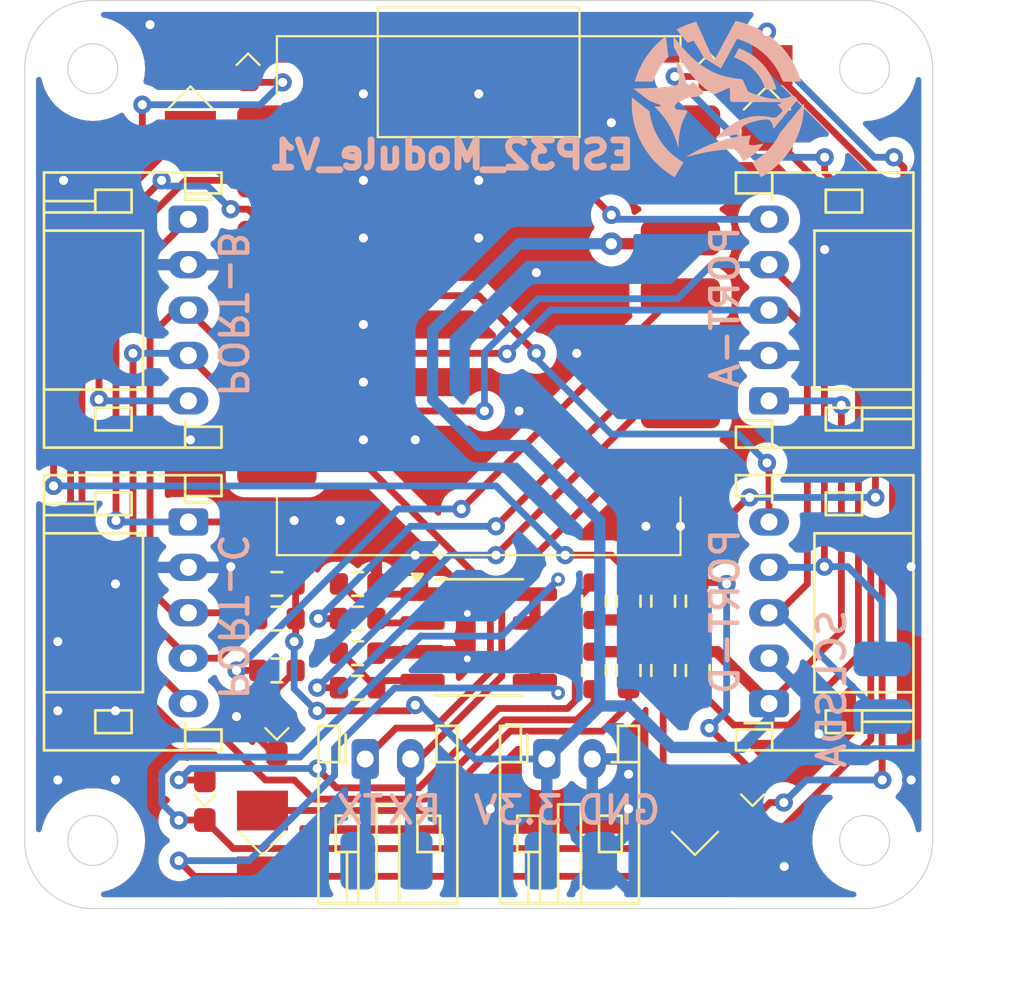
<source format=kicad_pcb>
(kicad_pcb (version 20240108) (generator "pcbnew") (generator_version "8.0")
  (layers (0 "F.Cu" signal) (31 "B.Cu" signal) (34 "B.Paste" user) (35 "F.Paste" user) (36 "B.SilkS" user "B.Silkscreen") (37 "F.SilkS" user "F.Silkscreen") (38 "B.Mask" user) (39 "F.Mask" user) (44 "Edge.Cuts" user))
  (net 0 "")
  (net 1 "Net-(D1-A)")
  (net 2 "GND1")
  (net 3 "Net-(D2-A)")
  (net 4 "Net-(D3-A)")
  (net 5 "Net-(D4-A)")
  (net 6 "Net-(D5-A)")
  (net 7 "Net-(D6-A)")
  (net 8 "Net-(D7-A)")
  (net 9 "Net-(D8-A)")
  (net 10 "Net-(D9-A)")
  (net 11 "+3.3V")
  (net 12 "Net-(FET1-Gate_1)")
  (net 13 "Net-(D2-K)")
  (net 14 "Net-(D6-K)")
  (net 15 "Net-(FET1-Gate_2)")
  (net 16 "SDA")
  (net 17 "SCL")
  (net 18 "/XSHOUT_A")
  (net 19 "/XSHOUT_B")
  (net 20 "/XSHOUT_C")
  (net 21 "/XSHOUT_D")
  (net 22 "RX")
  (net 23 "TX")
  (net 25 "Net-(M1-D9)")
  (net 26 "Net-(M1-D8)")
  (net 27 "Net-(M1-D10)")
  (footprint "Connector_JST:JST_PH_S2B-PH-K_1x02_P2.00mm_Horizontal" (layer "F.Cu") (at 180.8 109.31)
    (property "Reference" "J6")
    (property "Value" "Conn_01x02_Pin")
  )
  (footprint "Resistor_SMD:R_0603_1608Metric" (layer "F.Cu") (at 172.466 106.172)
    (property "Reference" "R5")
    (property "Value" "400")
  )
  (footprint "Diode_SMD:D_0603_1608Metric_Pad1.05x0.95mm_HandSolder" (layer "F.Cu") (at 167.64 78.486 -90)
    (property "Reference" "D6")
    (property "Value" "LED")
  )
  (footprint "esp32_lib_pcb:LEDM3528X190N" (layer "F.Cu") (at 190.5 80.19 -90)
    (property "Reference" "D3")
    (property "Value" "LED" (hide yes))
  )
  (footprint "Resistor_SMD:R_0603_1608Metric" (layer "F.Cu") (at 187.452 105.41 -90)
    (property "Reference" "R9")
    (property "Value" "10")
  )
  (footprint "esp32_lib_pcb:m2" (layer "F.Cu") (at 160.8 78.9)
    (property "Reference" "REF**")
    (property "Value" "m2")
    (fp_circle (center 0 0) (end 1.1 0) (stroke (width 0.05)) (fill none) (layer "Edge.Cuts"))
  )
  (footprint "Resistor_SMD:R_0603_1608Metric" (layer "F.Cu") (at 168.91 105.41)
    (property "Reference" "R3")
    (property "Value" "1k")
  )
  (footprint "esp32_lib_pcb:LEDM3528X190N" (layer "F.Cu") (at 168.275 113.03 90)
    (property "Reference" "D4")
    (property "Value" "LED" (hide yes))
  )
  (footprint "Connector_JST:JST_PH_S2B-PH-K_1x02_P2.00mm_Horizontal" (layer "F.Cu") (at 172.8 109.31)
    (property "Reference" "J5")
    (property "Value" "Conn_01x02_Pin")
  )
  (footprint "Connector_JST:JST_PH_S5B-PH-K_1x05_P2.00mm_Horizontal" (layer "F.Cu") (at 165.01 98.87 -90)
    (property "Reference" "J3")
    (property "Value" "Conn_01x05_Pin")
  )
  (footprint "Resistor_SMD:R_0603_1608Metric" (layer "F.Cu") (at 172.466 101.6)
    (property "Reference" "R6")
    (property "Value" "10k")
  )
  (footprint "Diode_SMD:D_0603_1608Metric_Pad1.05x0.95mm_HandSolder" (layer "F.Cu") (at 168.91 108.204 90)
    (property "Reference" "D1")
    (property "Value" "LED")
  )
  (footprint "Resistor_SMD:R_0603_1608Metric" (layer "F.Cu") (at 185.928 102.362 90)
    (property "Reference" "R13")
    (property "Value" "1k")
  )
  (footprint "esp32_lib_pcb:ESP32_XIAO" (layer "F.Cu") (at 177.8 87.63)
    (property "Reference" "M1")
    (property "Value" "ESP32_XAIO")
  )
  (footprint "esp32_lib_pcb:m2" (layer "F.Cu") (at 194.8 112.9)
    (property "Reference" "REF**")
    (property "Value" "m2")
    (fp_circle (center 0 0) (end 1.1 0) (stroke (width 0.05)) (fill none) (layer "Edge.Cuts"))
  )
  (footprint "Diode_SMD:D_0603_1608Metric_Pad1.05x0.95mm_HandSolder" (layer "F.Cu") (at 189.865 111.125 90)
    (property "Reference" "D9")
    (property "Value" "LED")
  )
  (footprint "Resistor_SMD:R_0603_1608Metric" (layer "F.Cu") (at 172.466 103.124)
    (property "Reference" "R4")
    (property "Value" "400")
  )
  (footprint "Resistor_SMD:R_0603_1608Metric" (layer "F.Cu") (at 182.88 102.362 90)
    (property "Reference" "R14")
    (property "Value" "1k")
  )
  (footprint "Package_SO:HSOP-8-1EP_3.9x4.9mm_P1.27mm_EP2.3x2.3mm" (layer "F.Cu") (at 177.8 103.953)
    (property "Reference" "FET1")
    (property "Value" "μPA2753GR")
  )
  (footprint "Resistor_SMD:R_0603_1608Metric" (layer "F.Cu") (at 184.404 105.41 -90)
    (property "Reference" "R10")
    (property "Value" "10")
  )
  (footprint "esp32_lib_pcb:LEDM3528X190N" (layer "F.Cu") (at 165.1 80.19 -90)
    (property "Reference" "D2")
    (property "Value" "LED" (hide yes))
  )
  (footprint "Resistor_SMD:R_0603_1608Metric" (layer "F.Cu") (at 185.928 105.41 -90)
    (property "Reference" "R11")
    (property "Value" "10")
  )
  (footprint "Resistor_SMD:R_0603_1608Metric" (layer "F.Cu") (at 182.88 105.41 -90)
    (property "Reference" "R8")
    (property "Value" "10")
  )
  (footprint "Resistor_SMD:R_0603_1608Metric" (layer "F.Cu") (at 168.91 101.6)
    (property "Reference" "R2")
    (property "Value" "PU")
  )
  (footprint "Connector_JST:JST_PH_S5B-PH-K_1x05_P2.00mm_Horizontal" (layer "F.Cu") (at 165.01 85.535 -90)
    (property "Reference" "J2")
    (property "Value" "Conn_01x05_Pin")
  )
  (footprint "Resistor_SMD:R_0603_1608Metric" (layer "F.Cu") (at 187.452 102.362 90)
    (property "Reference" "R15")
    (property "Value" "1k")
  )
  (footprint "Connector_JST:JST_PH_S5B-PH-K_1x05_P2.00mm_Horizontal" (layer "F.Cu") (at 190.59 106.87 90)
    (property "Reference" "J4")
    (property "Value" "Conn_01x05_Pin")
  )
  (footprint "esp32_lib_pcb:m2" (layer "F.Cu") (at 194.8 78.9)
    (property "Reference" "REF**")
    (property "Value" "m2")
    (fp_circle (center 0 0) (end 1.1 0) (stroke (width 0.05)) (fill none) (layer "Edge.Cuts"))
  )
  (footprint "Diode_SMD:D_0603_1608Metric_Pad1.05x0.95mm_HandSolder" (layer "F.Cu") (at 187.96 78.486 -90)
    (property "Reference" "D7")
    (property "Value" "LED")
  )
  (footprint "Resistor_SMD:R_0603_1608Metric" (layer "F.Cu") (at 184.404 102.362 90)
    (property "Reference" "R12")
    (property "Value" "1k")
  )
  (footprint "esp32_lib_pcb:LEDM3528X190N" (layer "F.Cu") (at 187.325 113.03 90)
    (property "Reference" "D5")
    (property "Value" "LED" (hide yes))
  )
  (footprint "Resistor_SMD:R_0603_1608Metric" (layer "F.Cu") (at 172.466 104.648)
    (property "Reference" "R7")
    (property "Value" "10k")
  )
  (footprint "Connector_JST:JST_PH_S5B-PH-K_1x05_P2.00mm_Horizontal" (layer "F.Cu") (at 190.59 93.535 90)
    (property "Reference" "J1")
    (property "Value" "Conn_01x05_Pin")
  )
  (footprint "Resistor_SMD:R_0603_1608Metric" (layer "F.Cu") (at 168.91 103.124)
    (property "Reference" "R1")
    (property "Value" "PU")
  )
  (footprint "esp32_lib_pcb:m2" (layer "F.Cu") (at 160.8 112.9)
    (property "Reference" "REF**")
    (property "Value" "m2")
    (fp_circle (center 0 0) (end 1.1 0) (stroke (width 0.05)) (fill none) (layer "Edge.Cuts"))
  )
  (footprint "Diode_SMD:D_0603_1608Metric_Pad1.05x0.95mm_HandSolder" (layer "F.Cu") (at 165.735 111.125 90)
    (property "Reference" "D8")
    (property "Value" "LED")
  )
  (footprint "esp32_lib_pcb:SW_ICON" (layer "B.Cu") (at 188.3 80.4 180)
    (property "Reference" "G***")
    (property "Value" "LOGO" (hide yes))
  )
  (footprint "esp32_lib_pcb:2.54mm_pin" (layer "B.Cu") (at 195.58 112.524)
    (property "Reference" "J8")
    (property "Value" "Conn_01x02_Pin")
  )
  (footprint "esp32_lib_pcb:2.54mm_pin" (layer "B.Cu") (at 175.514 113.792 -90)
    (property "Reference" "J7")
    (property "Value" "Conn_01x02_Pin")
  )
  (footprint "esp32_lib_pcb:2.54mm_pin" (layer "B.Cu") (at 167.386 113.792 -90)
    (property "Reference" "J9")
    (property "Value" "Conn_01x02_Pin")
  )
  (gr_line (start 197.8 112.9) (end 197.8 78.9) (stroke (width 0.05)) (layer "Edge.Cuts"))
  (gr_line (start 160.8 115.9) (end 194.8 115.9) (stroke (width 0.05)) (layer "Edge.Cuts"))
  (gr_arc (start 160.8 115.9) (mid 158.67868 115.02132) (end 157.8 112.9) (stroke (width 0.05)) (layer "Edge.Cuts"))
  (gr_line (start 157.8 112.9) (end 157.8 78.9) (stroke (width 0.05)) (layer "Edge.Cuts"))
  (gr_arc (start 157.8 78.9) (mid 158.67868 76.77868) (end 160.8 75.9) (stroke (width 0.05)) (layer "Edge.Cuts"))
  (gr_line (start 194.8 75.9) (end 160.8 75.9) (stroke (width 0.05)) (layer "Edge.Cuts"))
  (gr_arc (start 194.8 75.9) (mid 196.92132 76.77868) (end 197.8 78.9) (stroke (width 0.05)) (layer "Edge.Cuts"))
  (gr_arc (start 197.8 112.9) (mid 196.92132 115.02132) (end 194.8 115.9) (stroke (width 0.05)) (layer "Edge.Cuts"))
  (gr_text "PORT-B" (at 166.243 93.472 270) (layer "B.SilkS") (effects (font (size 1.2 1.2) (thickness 0.2) (bold yes)) (justify left bottom mirror)))
  (gr_text "SDA" (at 194.056 106.172 90) (layer "B.SilkS") (effects (font (size 1.2 1.2) (thickness 0.2) (bold yes)) (justify left bottom mirror)))
  (gr_text "PORT-D" (at 189.357 99.06 90) (layer "B.SilkS") (effects (font (size 1.2 1.2) (thickness 0.2) (bold yes)) (justify left bottom mirror)))
  (gr_text "ESP32_Module_V1" (at 184.8 83.4 0) (layer "B.SilkS") (effects (font (size 1.2 1.2) (thickness 0.3) (bold yes)) (justify left bottom mirror)))
  (gr_text "3.3V" (at 181.61 112.268 0) (layer "B.SilkS") (effects (font (size 1.2 1.2) (thickness 0.2) (bold yes)) (justify left bottom mirror)))
  (gr_text "SCL" (at 194.056 102.616 90) (layer "B.SilkS") (effects (font (size 1.2 1.2) (thickness 0.2) (bold yes)) (justify left bottom mirror)))
  (gr_text "PORT-A" (at 189.357 85.725 90) (layer "B.SilkS") (effects (font (size 1.2 1.2) (thickness 0.2) (bold yes)) (justify left bottom mirror)))
  (gr_text "GND" (at 185.928 112.268 0) (layer "B.SilkS") (effects (font (size 1.2 1.2) (thickness 0.2) (bold yes)) (justify left bottom mirror)))
  (gr_text "PORT-C" (at 166.243 106.807 270) (layer "B.SilkS") (effects (font (size 1.2 1.2) (thickness 0.2) (bold yes)) (justify left bottom mirror)))
  (gr_text "TX" (at 173.736 112.268 0) (layer "B.SilkS") (effects (font (size 1.2 1.2) (thickness 0.2) (bold yes)) (justify left bottom mirror)))
  (gr_text "RX" (at 176.276 112.268 0) (layer "B.SilkS") (effects (font (size 1.2 1.2) (thickness 0.2) (bold yes)) (justify left bottom mirror)))
  (segment (start 168.91 106.235) (end 169.735 105.41) (width 0.3) (layer "F.Cu") (net 1))
  (segment (start 168.91 107.329) (end 168.91 106.235) (width 0.3) (layer "F.Cu") (net 1))
  (segment (start 184.15 83.82) (end 183.642 83.312) (width 0.5) (layer "F.Cu") (net 2))
  (segment (start 175.325 104.588) (end 173.351 104.588) (width 0.3) (layer "F.Cu") (net 2))
  (segment (start 183.642 83.312) (end 183.642 81.28) (width 0.5) (layer "F.Cu") (net 2))
  (segment (start 168.769 109.079) (end 167.132 107.442) (width 0.3) (layer "F.Cu") (net 2))
  (segment (start 173.739 102.048) (end 173.291 101.6) (width 0.3) (layer "F.Cu") (net 2))
  (segment (start 175.325 102.048) (end 173.739 102.048) (width 0.3) (layer "F.Cu") (net 2))
  (segment (start 186.69 83.82) (end 184.15 83.82) (width 0.5) (layer "F.Cu") (net 2))
  (segment (start 168.91 109.079) (end 168.769 109.079) (width 0.3) (layer "F.Cu") (net 2))
  (segment (start 173.351 104.588) (end 173.291 104.648) (width 0.3) (layer "F.Cu") (net 2))
  (via (at 196.85 110.236) (size 0.8) (drill 0.4) (layers "F.Cu" "B.Cu") (net 2))
  (via (at 163.322 76.962) (size 0.8) (drill 0.4) (layers "F.Cu" "B.Cu") (net 2))
  (via (at 159.258 107.188) (size 0.8) (drill 0.4) (layers "F.Cu" "B.Cu") (net 2))
  (via (at 166.878 100.838) (size 0.8) (drill 0.4) (layers "F.Cu" "B.Cu") (net 2))
  (via (at 172.72 86.36) (size 0.8) (drill 0.4) (layers "F.Cu" "B.Cu") (net 2))
  (via (at 184.404 111.506) (size 0.8) (drill 0.4) (layers "F.Cu" "B.Cu") (net 2))
  (via (at 171.704 98.806) (size 0.8) (drill 0.4) (layers "F.Cu" "B.Cu") (net 2))
  (via (at 159.512 83.82) (size 0.8) (drill 0.4) (layers "F.Cu" "B.Cu") (net 2))
  (via (at 172.72 95.25) (size 0.8) (drill 0.4) (layers "F.Cu" "B.Cu") (net 2))
  (via (at 169.672 98.806) (size 0.8) (drill 0.4) (layers "F.Cu" "B.Cu") (net 2))
  (via (at 159.258 110.236) (size 0.8) (drill 0.4) (layers "F.Cu" "B.Cu") (net 2))
  (via (at 196.85 100.838) (size 0.8) (drill 0.4) (layers "F.Cu" "B.Cu") (net 2))
  (via (at 172.72 92.71) (size 0.8) (drill 0.4) (layers "F.Cu" "B.Cu") (net 2))
  (via (at 180.34 87.884) (size 0.8) (drill 0.4) (layers "F.Cu" "B.Cu") (net 2))
  (via (at 175.006 100.33) (size 0.8) (drill 0.4) (layers "F.Cu" "B.Cu") (net 2))
  (via (at 192.786 108.204) (size 0.8) (drill 0.4) (layers "F.Cu" "B.Cu") (net 2))
  (via (at 177.8 83.82) (size 0.8) (drill 0.4) (layers "F.Cu" "B.Cu") (net 2))
  (via (at 177.3 104.9) (size 0.6) (drill 0.3) (layers "F.Cu" "B.Cu") (net 2))
  (via (at 161.798 101.6) (size 0.8) (drill 0.4) (layers "F.Cu" "B.Cu") (net 2))
  (via (at 177.8 80.01) (size 0.8) (drill 0.4) (layers "F.Cu" "B.Cu") (net 2))
  (via (at 161.798 110.236) (size 0.8) (drill 0.4) (layers "F.Cu" "B.Cu") (net 2))
  (via (at 172.72 90.17) (size 0.8) (drill 0.4) (layers "F.Cu" "B.Cu") (net 2))
  (via (at 161.798 107.188) (size 0.8) (drill 0.4) (layers "F.Cu" "B.Cu") (net 2))
  (via (at 172.72 83.82) (size 0.8) (drill 0.4) (layers "F.Cu" "B.Cu") (net 2))
  (via (at 184.404 109.982) (size 0.8) (drill 0.4) (layers "F.Cu" "B.Cu") (net 2))
  (via (at 177.3 102.9) (size 0.6) (drill 0.3) (layers "F.Cu" "B.Cu") (net 2))
  (via (at 165.1 95.25) (size 0.8) (drill 0.4) (layers "F.Cu" "B.Cu") (net 2))
  (via (at 179.578 93.98) (size 0.8) (drill 0.4) (layers "F.Cu" "B.Cu") (net 2))
  (via (at 186.69 99.06) (size 0.8) (drill 0.4) (layers "F.Cu" "B.Cu") (net 2))
  (via (at 167.132 107.442) (size 0.8) (drill 0.4) (layers "F.Cu" "B.Cu") (net 2))
  (via (at 193.04 86.868) (size 0.8) (drill 0.4) (layers "F.Cu" "B.Cu") (net 2))
  (via (at 182.118 91.44) (size 0.8) (drill 0.4) (layers "F.Cu" "B.Cu") (net 2))
  (via (at 177.8 86.36) (size 0.8) (drill 0.4) (layers "F.Cu" "B.Cu") (net 2))
  (via (at 191.262 114.046) (size 0.8) (drill 0.4) (layers "F.Cu" "B.Cu") (net 2))
  (via (at 175.006 95.25) (size 0.8) (drill 0.4) (layers "F.Cu" "B.Cu") (net 2))
  (via (at 178.308 111.506) (size 0.8) (drill 0.4) (layers "F.Cu" "B.Cu") (net 2))
  (via (at 185.166 99.06) (size 0.8) (drill 0.4) (layers "F.Cu" "B.Cu") (net 2))
  (via (at 172.72 80.01) (size 0.8) (drill 0.4) (layers "F.Cu" "B.Cu") (net 2))
  (via (at 159.258 104.14) (size 0.8) (drill 0.4) (layers "F.Cu" "B.Cu") (net 2))
  (via (at 183.642 81.28) (size 0.8) (drill 0.4) (layers "F.Cu" "B.Cu") (net 2))
  (segment (start 192.786 107.065999) (end 192.786 108.204) (width 0.5) (layer "B.Cu") (net 2))
  (segment (start 190.59 104.869999) (end 192.786 107.065999) (width 0.5) (layer "B.Cu") (net 2))
  (segment (start 168.402 110.236) (end 166.37 108.204) (width 0.3) (layer "F.Cu") (net 3))
  (segment (start 182.118 107.585) (end 178.927 107.585) (width 0.3) (layer "F.Cu") (net 3))
  (segment (start 159.822 86.771221) (end 164.953221 81.64) (width 0.3) (layer "F.Cu") (net 3))
  (segment (start 166.37 108.204) (end 164.725497 108.204) (width 0.3) (layer "F.Cu") (net 3))
  (segment (start 159.822 103.300503) (end 159.822 86.771221) (width 0.3) (layer "F.Cu") (net 3))
  (segment (start 182.88 106.823) (end 182.118 107.585) (width 0.3) (layer "F.Cu") (net 3))
  (segment (start 164.725497 108.204) (end 159.822 103.300503) (width 0.3) (layer "F.Cu") (net 3))
  (segment (start 170.516 111.08) (end 169.672 110.236) (width 0.3) (layer "F.Cu") (net 3))
  (segment (start 169.672 110.236) (end 168.402 110.236) (width 0.3) (layer "F.Cu") (net 3))
  (segment (start 182.88 106.235) (end 182.88 106.823) (width 0.3) (layer "F.Cu") (net 3))
  (segment (start 175.432 111.08) (end 170.516 111.08) (width 0.3) (layer "F.Cu") (net 3))
  (segment (start 178.927 107.585) (end 175.432 111.08) (width 0.3) (layer "F.Cu") (net 3))
  (segment (start 164.953221 81.64) (end 165.1 81.64) (width 0.3) (layer "F.Cu") (net 3))
  (segment (start 189.037 107.82) (end 191.470456 107.82) (width 0.3) (layer "F.Cu") (net 4))
  (segment (start 191.470456 107.82) (end 194.528 104.762456) (width 0.3) (layer "F.Cu") (net 4))
  (segment (start 194.528 104.762456) (end 194.528 85.668) (width 0.3) (layer "F.Cu") (net 4))
  (segment (start 187.452 106.235) (end 189.037 107.82) (width 0.3) (layer "F.Cu") (net 4))
  (segment (start 194.528 85.668) (end 190.5 81.64) (width 0.3) (layer "F.Cu") (net 4))
  (segment (start 175.694 111.58) (end 179.189 108.085) (width 0.3) (layer "F.Cu") (net 5))
  (segment (start 183.253 108.085) (end 184.404 106.934) (width 0.3) (layer "F.Cu") (net 5))
  (segment (start 168.275 111.58) (end 175.694 111.58) (width 0.3) (layer "F.Cu") (net 5))
  (segment (start 184.404 106.934) (end 184.404 106.235) (width 0.3) (layer "F.Cu") (net 5))
  (segment (start 179.189 108.085) (end 183.253 108.085) (width 0.3) (layer "F.Cu") (net 5))
  (segment (start 185.928 110.183) (end 187.325 111.58) (width 0.3) (layer "F.Cu") (net 6))
  (segment (start 185.928 106.235) (end 185.928 110.183) (width 0.3) (layer "F.Cu") (net 6))
  (segment (start 159.072 97.282) (end 159.072 86.8) (width 0.3) (layer "F.Cu") (net 7))
  (segment (start 183.642 100.33) (end 181.61 100.33) (width 0.3) (layer "F.Cu") (net 7))
  (segment (start 159.512 86.36) (end 162.982347 82.889653) (width 0.3) (layer "F.Cu") (net 7))
  (segment (start 167.781 79.502) (end 167.64 79.361) (width 0.3) (layer "F.Cu") (net 7))
  (segment (start 184.404 101.537) (end 184.404 101.092) (width 0.3) (layer "F.Cu") (net 7))
  (segment (start 159.072 86.8) (end 159.512 86.36) (width 0.3) (layer "F.Cu") (net 7))
  (segment (start 184.404 101.092) (end 183.642 100.33) (width 0.3) (layer "F.Cu") (net 7))
  (segment (start 162.982347 82.889653) (end 162.982347 80.487879) (width 0.3) (layer "F.Cu") (net 7))
  (segment (start 169.164 79.502) (end 167.781 79.502) (width 0.3) (layer "F.Cu") (net 7))
  (via (at 162.982347 80.487879) (size 0.8) (drill 0.4) (layers "F.Cu" "B.Cu") (net 7))
  (via (at 159.072 97.282) (size 0.8) (drill 0.4) (layers "F.Cu" "B.Cu") (net 7))
  (via (at 181.61 100.33) (size 0.8) (drill 0.4) (layers "F.Cu" "B.Cu") (net 7))
  (via (at 169.164 79.502) (size 0.8) (drill 0.4) (layers "F.Cu" "B.Cu") (net 7))
  (segment (start 168.178121 80.487879) (end 169.164 79.502) (width 0.3) (layer "B.Cu") (net 7))
  (segment (start 181.61 100.33) (end 178.562 97.282) (width 0.3) (layer "B.Cu") (net 7))
  (segment (start 178.562 97.282) (end 162.814 97.282) (width 0.3) (layer "B.Cu") (net 7))
  (segment (start 162.814 97.282) (end 159.072 97.282) (width 0.3) (layer "B.Cu") (net 7))
  (segment (start 162.982347 80.487879) (end 168.178121 80.487879) (width 0.3) (layer "B.Cu") (net 7))
  (segment (start 195.278 85.710894) (end 193.340553 83.773447) (width 0.3) (layer "F.Cu") (net 8))
  (segment (start 193.340553 83.773447) (end 193.04 83.472894) (width 0.3) (layer "F.Cu") (net 8))
  (segment (start 186.436 79.248) (end 187.847 79.248) (width 0.3) (layer "F.Cu") (net 8))
  (segment (start 193.04 83.472894) (end 193.04 82.804) (width 0.3) (layer "F.Cu") (net 8))
  (segment (start 195.278 97.79) (end 195.278 85.710894) (width 0.3) (layer "F.Cu") (net 8))
  (segment (start 187.847 79.248) (end 187.96 79.361) (width 0.3) (layer "F.Cu") (net 8))
  (segment (start 185.928 101.537) (end 189.675 97.79) (width 0.3) (layer "F.Cu") (net 8))
  (segment (start 189.675 97.79) (end 189.738 97.79) (width 0.3) (layer "F.Cu") (net 8))
  (via (at 189.738 97.79) (size 0.8) (drill 0.4) (layers "F.Cu" "B.Cu") (net 8))
  (via (at 186.436 79.248) (size 0.8) (drill 0.4) (layers "F.Cu" "B.Cu") (net 8))
  (via (at 193.04 82.804) (size 0.8) (drill 0.4) (layers "F.Cu" "B.Cu") (net 8))
  (via (at 195.278 97.79) (size 0.8) (drill 0.4) (layers "F.Cu" "B.Cu") (net 8))
  (segment (start 193.04 82.804) (end 189.992 82.804) (width 0.3) (layer "B.Cu") (net 8))
  (segment (start 189.992 82.804) (end 186.436 79.248) (width 0.3) (layer "B.Cu") (net 8))
  (segment (start 189.738 97.79) (end 195.278 97.79) (width 0.3) (layer "B.Cu") (net 8))
  (segment (start 165.721 110.236) (end 165.735 110.25) (width 0.3) (layer "F.Cu") (net 9))
  (segment (start 171.54 110.58) (end 170.688 109.728) (width 0.3) (layer "F.Cu") (net 9))
  (segment (start 164.592 110.236) (end 165.721 110.236) (width 0.3) (layer "F.Cu") (net 9))
  (segment (start 182.055 106.743) (end 181.713 107.085) (width 0.3) (layer "F.Cu") (net 9))
  (segment (start 178.665 107.085) (end 175.17 110.58) (width 0.3) (layer "F.Cu") (net 9))
  (segment (start 182.88 101.537) (end 182.055 102.362) (width 0.3) (layer "F.Cu") (net 9))
  (segment (start 175.17 110.58) (end 171.54 110.58) (width 0.3) (layer "F.Cu") (net 9))
  (segment (start 181.713 107.085) (end 180.848 107.085) (width 0.3) (layer "F.Cu") (net 9))
  (segment (start 182.055 102.362) (end 182.055 106.743) (width 0.3) (layer "F.Cu") (net 9))
  (segment (start 180.848 107.085) (end 178.665 107.085) (width 0.3) (layer "F.Cu") (net 9))
  (via (at 170.688 109.728) (size 0.8) (drill 0.4) (layers "F.Cu" "B.Cu") (net 9))
  (via (at 164.592 110.236) (size 0.8) (drill 0.4) (layers "F.Cu" "B.Cu") (net 9))
  (segment (start 170.688 109.728) (end 165.1 109.728) (width 0.3) (layer "B.Cu") (net 9))
  (segment (start 165.1 109.728) (end 164.592 110.236) (width 0.3) (layer "B.Cu") (net 9))
  (segment (start 187.452 101.537) (end 188.659 101.537) (width 0.3) (layer "F.Cu") (net 10))
  (segment (start 189.851 110.236) (end 189.865 110.25) (width 0.3) (layer "F.Cu") (net 10))
  (segment (start 188.659 101.537) (end 188.722 101.6) (width 0.3) (layer "F.Cu") (net 10))
  (segment (start 187.96 107.95) (end 189.865 109.855) (width 0.3) (layer "F.Cu") (net 10))
  (segment (start 189.865 109.855) (end 189.865 110.25) (width 0.3) (layer "F.Cu") (net 10))
  (via (at 188.722 101.6) (size 0.8) (drill 0.4) (layers "F.Cu" "B.Cu") (net 10))
  (via (at 187.96 107.95) (size 0.8) (drill 0.4) (layers "F.Cu" "B.Cu") (net 10))
  (segment (start 188.722 107.188) (end 187.96 107.95) (width 0.3) (layer "B.Cu") (net 10))
  (segment (start 188.722 101.6) (end 188.722 107.188) (width 0.3) (layer "B.Cu") (net 10))
  (segment (start 170.688 107.188) (end 174.752 107.188) (width 0.3) (layer "F.Cu") (net 11))
  (segment (start 161.822 88.723) (end 165.01 85.535) (width 0.3) (layer "F.Cu") (net 11))
  (segment (start 186.436 86.614) (end 186.69 86.36) (width 0.5) (layer "F.Cu") (net 11))
  (segment (start 187.452 104.585) (end 187.452 103.187) (width 0.5) (layer "F.Cu") (net 11))
  (segment (start 187.452 104.585) (end 188.305 104.585) (width 0.5) (layer "F.Cu") (net 11))
  (segment (start 183.642 86.614) (end 186.436 86.614) (width 0.5) (layer "F.Cu") (net 11))
  (segment (start 169.735 103.124) (end 169.735 101.6) (width 0.3) (layer "F.Cu") (net 11))
  (segment (start 193.778 103.682) (end 193.778 93.726) (width 0.3) (layer "F.Cu") (net 11))
  (segment (start 190.59 106.87) (end 193.778 103.682) (width 0.3) (layer "F.Cu") (net 11))
  (segment (start 188.305 104.585) (end 190.59 106.87) (width 0.5) (layer "F.Cu") (net 11))
  (segment (start 165.01 98.87) (end 167.005 98.87) (width 0.3) (layer "F.Cu") (net 11))
  (segment (start 161.822 98.806) (end 161.822 88.723) (width 0.3) (layer "F.Cu") (net 11))
  (segment (start 182.88 104.585) (end 187.452 104.585) (width 0.5) (layer "F.Cu") (net 11))
  (segment (start 182.88 103.187) (end 187.452 103.187) (width 0.5) (layer "F.Cu") (net 11))
  (segment (start 174.752 107.188) (end 175.006 106.934) (width 0.3) (layer "F.Cu") (net 11))
  (segment (start 169.735 103.124) (end 169.735 104.077) (width 0.3) (layer "F.Cu") (net 11))
  (segment (start 169.735 104.077) (end 169.672 104.14) (width 0.3) (layer "F.Cu") (net 11))
  (segment (start 167.005 98.87) (end 169.735 101.6) (width 0.3) (layer "F.Cu") (net 11))
  (via (at 169.672 104.14) (size 0.8) (drill 0.4) (layers "F.Cu" "B.Cu") (net 11))
  (via (at 193.778 93.726) (size 0.8) (drill 0.4) (layers "F.Cu" "B.Cu") (net 11))
  (via (at 175.006 106.934) (size 0.8) (drill 0.4) (layers "F.Cu" "B.Cu") (net 11))
  (via (at 170.688 107.188) (size 0.8) (drill 0.4) (layers "F.Cu" "B.Cu") (net 11))
  (via (at 183.642 86.614) (size 1) (drill 0.5) (layers "F.Cu" "B.Cu") (net 11))
  (via (at 161.822 98.806) (size 0.8) (drill 0.4) (layers "F.Cu" "B.Cu") (net 11))
  (segment (start 183.134 106.976) (end 184.476 106.976) (width 0.5) (layer "B.Cu") (net 11))
  (segment (start 189.396 108.8) (end 190.59 107.606) (width 0.5) (layer "B.Cu") (net 11))
  (segment (start 186.3 108.8) (end 189.396 108.8) (width 0.5) (layer "B.Cu") (net 11))
  (segment (start 179.832 95.504) (end 177.8 95.504) (width 0.5) (layer "B.Cu") (net 11))
  (segment (start 193.778 93.726) (end 193.587 93.535) (width 0.3) (layer "B.Cu") (net 11))
  (segment (start 193.587 93.535) (end 190.59 93.535) (width 0.3) (layer "B.Cu") (net 11))
  (segment (start 170.643339 107.188) (end 170.688 107.188) (width 0.3) (layer "B.Cu") (net 11))
  (segment (start 169.672 104.14) (end 169.672 106.216661) (width 0.3) (layer "B.Cu") (net 11))
  (segment (start 183.134 106.976) (end 183.134 98.806) (width 0.5) (layer "B.Cu") (net 11))
  (segment (start 180.8 109.31) (end 180.8 113.586) (width 0.5) (layer "B.Cu") (net 11))
  (segment (start 161.886 98.87) (end 161.822 98.806) (width 0.3) (layer "B.Cu") (net 11))
  (segment (start 169.672 106.216661) (end 170.643339 107.188) (width 0.3) (layer "B.Cu") (net 11))
  (segment (start 175.768 93.472) (end 175.768 90.424) (width 0.5) (layer "B.Cu") (net 11))
  (segment (start 190.59 107.606) (end 190.59 106.87) (width 0.5) (layer "B.Cu") (net 11))
  (segment (start 177.8 95.504) (end 175.768 93.472) (width 0.5) (layer "B.Cu") (net 11))
  (segment (start 179.578 86.614) (end 183.642 86.614) (width 0.5) (layer "B.Cu") (net 11))
  (segment (start 184.476 106.976) (end 186.3 108.8) (width 0.5) (layer "B.Cu") (net 11))
  (segment (start 177.636 109.31) (end 175.26 106.934) (width 0.3) (layer "B.Cu") (net 11))
  (segment (start 180.8 109.31) (end 177.636 109.31) (width 0.3) (layer "B.Cu") (net 11))
  (segment (start 183.134 98.806) (end 179.832 95.504) (width 0.5) (layer "B.Cu") (net 11))
  (segment (start 175.26 106.934) (end 175.006 106.934) (width 0.3) (layer "B.Cu") (net 11))
  (segment (start 180.8 109.31) (end 183.134 106.976) (width 0.5) (layer "B.Cu") (net 11))
  (segment (start 180.8 113.586) (end 180.594 113.792) (width 0.5) (layer "B.Cu") (net 11))
  (segment (start 175.768 90.424) (end 179.578 86.614) (width 0.5) (layer "B.Cu") (net 11))
  (segment (start 165.01 98.87) (end 161.886 98.87) (width 0.3) (layer "B.Cu") (net 11))
  (segment (start 173.485 103.318) (end 173.291 103.124) (width 0.3) (layer "F.Cu") (net 12))
  (segment (start 171.641 101.6) (end 171.767 101.6) (width 0.3) (layer "F.Cu") (net 12))
  (segment (start 175.325 103.318) (end 173.485 103.318) (width 0.3) (layer "F.Cu") (net 12))
  (segment (start 171.767 101.6) (end 173.291 103.124) (width 0.3) (layer "F.Cu") (net 12))
  (segment (start 180.758 105.858) (end 181.3 106.4) (width 0.3) (layer "F.Cu") (net 13))
  (segment (start 180.275 104.588) (end 180.275 105.858) (width 0.5) (layer "F.Cu") (net 13))
  (segment (start 165.354 78.486) (end 190.246 78.486) (width 0.3) (layer "F.Cu") (net 13))
  (segment (start 180.275 104.588) (end 180.737 104.588) (width 0.3) (layer "F.Cu") (net 13))
  (segment (start 187.325 114.48) (end 168.275 114.48) (width 0.3) (layer "F.Cu") (net 13))
  (segment (start 165.1 78.74) (end 165.354 78.486) (width 0.3) (layer "F.Cu") (net 13))
  (segment (start 195.072 100.076) (end 195.072 108.458) (width 0.3) (layer "F.Cu") (net 13))
  (segment (start 189.05 114.48) (end 187.325 114.48) (width 0.3) (layer "F.Cu") (net 13))
  (segment (start 168.275 114.48) (end 165.28 114.48) (width 0.3) (layer "F.Cu") (net 13))
  (segment (start 196.028 84.268) (end 196.028 99.12) (width 0.3) (layer "F.Cu") (net 13))
  (segment (start 190.5 78.74) (end 196.028 84.268) (width 0.3) (layer "F.Cu") (net 13))
  (segment (start 195.072 108.458) (end 189.05 114.48) (width 0.3) (layer "F.Cu") (net 13))
  (segment (start 165.28 114.48) (end 164.592 113.792) (width 0.3) (layer "F.Cu") (net 13))
  (segment (start 180.275 105.858) (end 180.758 105.858) (width 0.3) (layer "F.Cu") (net 13))
  (segment (start 196.028 99.12) (end 195.072 100.076) (width 0.3) (layer "F.Cu") (net 13))
  (segment (start 190.246 78.486) (end 190.5 78.74) (width 0.3) (layer "F.Cu") (net 13))
  (segment (start 180.275 105.858) (end 180.828 105.858) (width 0.3) (layer "F.Cu") (net 13))
  (via (at 164.592 113.792) (size 0.8) (drill 0.4) (layers "F.Cu" "B.Cu") (net 13))
  (via (at 181.3 106.4) (size 0.6) (drill 0.3) (layers "F.Cu" "B.Cu") (net 13))
  (segment (start 167.684661 113.792) (end 171.45 110.026661) (width 0.3) (layer "B.Cu") (net 13))
  (segment (start 171.45 108.829544) (end 174.095544 106.184) (width 0.3) (layer "B.Cu") (net 13))
  (segment (start 171.45 110.026661) (end 171.45 108.829544) (width 0.3) (layer "B.Cu") (net 13))
  (segment (start 181.084 106.184) (end 174.095544 106.184) (width 0.3) (layer "B.Cu") (net 13))
  (segment (start 181.3 106.4) (end 181.084 106.184) (width 0.3) (layer "B.Cu") (net 13))
  (segment (start 164.592 113.792) (end 167.684661 113.792) (width 0.3) (layer "B.Cu") (net 13))
  (segment (start 188.61 113.255) (end 189.865 112) (width 0.3) (layer "F.Cu") (net 14))
  (segment (start 195.572 101.6) (end 195.572 108.458) (width 0.3) (layer "F.Cu") (net 14))
  (segment (start 188.306002 77.264998) (end 190.5 77.264998) (width 0.3) (layer "F.Cu") (net 14))
  (segment (start 180.652 102.048) (end 181.3 101.4) (width 0.3) (layer "F.Cu") (net 14))
  (segment (start 180.275 103.318) (end 180.275 102.048) (width 0.5) (layer "F.Cu") (net 14))
  (segment (start 195.806553 100.048553) (end 195.572 100.283106) (width 0.3) (layer "F.Cu") (net 14))
  (segment (start 195.572 110.228) (end 195.58 110.236) (width 0.3) (layer "F.Cu") (net 14))
  (segment (start 187.96 77.611) (end 188.306002 77.264998) (width 0.3) (layer "F.Cu") (net 14))
  (segment (start 165.735 112) (end 164.606 112) (width 0.3) (layer "F.Cu") (net 14))
  (segment (start 195.572 100.283106) (end 195.572 101.6) (width 0.3) (layer "F.Cu") (net 14))
  (segment (start 190.635331 111.229669) (end 189.865 112) (width 0.3) (layer "F.Cu") (net 14))
  (segment (start 166.99 113.255) (end 188.61 113.255) (width 0.3) (layer "F.Cu") (net 14))
  (segment (start 180.275 103.318) (end 180.737 103.318) (width 0.3) (layer "F.Cu") (net 14))
  (segment (start 196.528 99.327106) (end 195.806553 100.048553) (width 0.3) (layer "F.Cu") (net 14))
  (segment (start 196.528 86.36) (end 196.528 98.806) (width 0.3) (layer "F.Cu") (net 14))
  (segment (start 196.528 83.244) (end 196.528 86.36) (width 0.3) (layer "F.Cu") (net 14))
  (segment (start 180.275 102.048) (end 180.652 102.048) (width 0.3) (layer "F.Cu") (net 14))
  (segment (start 180.275 102.048) (end 180.734854 102.048) (width 0.3) (layer "F.Cu") (net 14))
  (segment (start 165.735 112) (end 166.99 113.255) (width 0.3) (layer "F.Cu") (net 14))
  (segment (start 191.239669 111.229669) (end 190.635331 111.229669) (width 0.3) (layer "F.Cu") (net 14))
  (segment (start 196.088 82.804) (end 196.528 83.244) (width 0.3) (layer "F.Cu") (net 14))
  (segment (start 195.572 108.458) (end 195.572 110.228) (width 0.3) (layer "F.Cu") (net 14))
  (segment (start 167.64 77.611) (end 187.96 77.611) (width 0.3) (layer "F.Cu") (net 14))
  (segment (start 196.528 98.806) (end 196.528 99.327106) (width 0.3) (layer "F.Cu") (net 14))
  (segment (start 164.606 112) (end 164.592 112.014) (width 0.3) (layer "F.Cu") (net 14))
  (via (at 191.239669 111.229669) (size 0.8) (drill 0.4) (layers "F.Cu" "B.Cu") (net 14))
  (via (at 196.088 82.804) (size 0.8) (drill 0.4) (layers "F.Cu" "B.Cu") (net 14))
  (via (at 190.5 77.264998) (size 0.8) (drill 0.4) (layers "F.Cu" "B.Cu") (net 14))
  (via (at 164.592 112.014) (size 0.8) (drill 0.4) (layers "F.Cu" "B.Cu") (net 14))
  (via (at 195.58 110.236) (size 0.8) (drill 0.4) (layers "F.Cu" "B.Cu") (net 14))
  (via (at 181.3 101.4) (size 0.6) (drill 0.3) (layers "F.Cu" "B.Cu") (net 14))
  (segment (start 178.8 103.9) (end 175.246 103.9) (width 0.3) (layer "B.Cu") (net 14))
  (segment (start 175.246 103.9) (end 175.26 103.886) (width 0.3) (layer "B.Cu") (net 14))
  (segment (start 164.539339 109.228) (end 163.842 109.925339) (width 0.3) (layer "B.Cu") (net 14))
  (segment (start 163.842 111.264) (end 164.592 112.014) (width 0.3) (layer "B.Cu") (net 14))
  (segment (start 169.918 109.228) (end 164.539339 109.228) (width 0.3) (layer "B.Cu") (net 14))
  (segment (start 190.5 77.264998) (end 190.5 78.075827) (width 0.3) (layer "B.Cu") (net 14))
  (segment (start 192.233338 110.236) (end 191.239669 111.229669) (width 0.3) (layer "B.Cu") (net 14))
  (segment (start 169.918 109.228) (end 175.246 103.9) (width 0.3) (layer "B.Cu") (net 14))
  (segment (start 195.228173 82.804) (end 196.088 82.804) (width 0.3) (layer "B.Cu") (net 14))
  (segment (start 190.5 78.075827) (end 195.228173 82.804) (width 0.3) (layer "B.Cu") (net 14))
  (segment (start 181.3 101.4) (end 178.8 103.9) (width 0.3) (layer "B.Cu") (net 14))
  (segment (start 163.842 109.925339) (end 163.842 111.264) (width 0.3) (layer "B.Cu") (net 14))
  (segment (start 195.58 110.236) (end 192.233338 110.236) (width 0.3) (layer "B.Cu") (net 14))
  (segment (start 171.641 104.648) (end 171.767 104.648) (width 0.3) (layer "F.Cu") (net 15))
  (segment (start 175.325 105.858) (end 173.605 105.858) (width 0.3) (layer "F.Cu") (net 15))
  (segment (start 171.767 104.648) (end 173.291 106.172) (width 0.3) (layer "F.Cu") (net 15))
  (segment (start 173.605 105.858) (end 173.291 106.172) (width 0.3) (layer "F.Cu") (net 15))
  (segment (start 192.278 90.424) (end 192.278 101.6) (width 0.3) (layer "F.Cu") (net 16))
  (segment (start 164.338 102.87) (end 163.322 101.854) (width 0.3) (layer "F.Cu") (net 16))
  (segment (start 164.465 89.535) (end 165.01 89.535) (width 0.3) (layer "F.Cu") (net 16))
  (segment (start 191.008 102.87) (end 190.59 102.87) (width 0.3) (layer "F.Cu") (net 16))
  (segment (start 190.59 89.535) (end 191.389 89.535) (width 0.3) (layer "F.Cu") (net 16))
  (segment (start 168.91 91.44) (end 179.025338 91.44) (width 0.3) (layer "F.Cu") (net 16))
  (segment (start 166.815 102.87) (end 168.085 101.6) (width 0.3) (layer "F.Cu") (net 16))
  (segment (start 163.322 101.854) (end 163.322 90.678) (width 0.3) (layer "F.Cu") (net 16))
  (segment (start 165.01 102.87) (end 164.338 102.87) (width 0.3) (layer "F.Cu") (net 16))
  (segment (start 179.025338 91.44) (end 179.047669 91.462331) (width 0.3) (layer "F.Cu") (net 16))
  (segment (start 191.389 89.535) (end 192.278 90.424) (width 0.3) (layer "F.Cu") (net 16))
  (segment (start 165.01 89.535) (end 166.915 91.44) (width 0.3) (layer "F.Cu") (net 16))
  (segment (start 192.278 101.6) (end 191.008 102.87) (width 0.3) (layer "F.Cu") (net 16))
  (segment (start 163.322 90.678) (end 164.465 89.535) (width 0.3) (layer "F.Cu") (net 16))
  (segment (start 165.01 102.87) (end 166.815 102.87) (width 0.3) (layer "F.Cu") (net 16))
  (segment (start 166.915 91.44) (end 168.91 91.44) (width 0.3) (layer "F.Cu") (net 16))
  (via (at 179.047669 91.462331) (size 0.8) (drill 0.4) (layers "F.Cu" "B.Cu") (net 16))
  (segment (start 191.006 102.87) (end 195.58 107.444) (width 0.3) (layer "B.Cu") (net 16))
  (segment (start 190.59 102.87) (end 191.006 102.87) (width 0.3) (layer "B.Cu") (net 16))
  (segment (start 179.047669 91.462331) (end 180.975 89.535) (width 0.3) (layer "B.Cu") (net 16))
  (segment (start 180.975 89.535) (end 190.59 89.535) (width 0.3) (layer "B.Cu") (net 16))
  (segment (start 167.455 93.98) (end 165.01 91.535) (width 0.3) (layer "F.Cu") (net 17))
  (segment (start 166.339 104.87) (end 168.085 103.124) (width 0.3) (layer "F.Cu") (net 17))
  (segment (start 193.028 89.973) (end 190.59 87.535) (width 0.3) (layer "F.Cu") (net 17))
  (segment (start 165.01 104.87) (end 166.339 104.87) (width 0.3) (layer "F.Cu") (net 17))
  (segment (start 165.01 104.87) (end 162.572 102.432) (width 0.3) (layer "F.Cu") (net 17))
  (segment (start 162.572 102.432) (end 162.572 91.44) (width 0.3) (layer "F.Cu") (net 17))
  (segment (start 193.028 100.838) (end 193.028 89.973) (width 0.3) (layer "F.Cu") (net 17))
  (segment (start 168.91 93.98) (end 178.054 93.98) (width 0.3) (layer "F.Cu") (net 17))
  (segment (start 168.91 93.98) (end 167.455 93.98) (width 0.3) (layer "F.Cu") (net 17))
  (via (at 162.572 91.44) (size 0.8) (drill 0.4) (layers "F.Cu" "B.Cu") (net 17))
  (via (at 193.028 100.838) (size 0.8) (drill 0.4) (layers "F.Cu" "B.Cu") (net 17))
  (via (at 178.054 93.98) (size 0.8) (drill 0.4) (layers "F.Cu" "B.Cu") (net 17))
  (segment (start 178.054 91.395339) (end 180.414339 89.035) (width 0.3) (layer "B.Cu") (net 17))
  (segment (start 164.915 91.44) (end 165.01 91.535) (width 0.3) (layer "B.Cu") (net 17))
  (segment (start 188.055 87.535) (end 190.59 87.535) (width 0.3) (layer "B.Cu") (net 17))
  (segment (start 178.054 93.98) (end 178.054 91.395339) (width 0.3) (layer "B.Cu") (net 17))
  (segment (start 162.572 91.44) (end 164.915 91.44) (width 0.3) (layer "B.Cu") (net 17))
  (segment (start 195.58 102.362) (end 195.58 104.904) (width 0.3) (layer "B.Cu") (net 17))
  (segment (start 190.59 100.87) (end 192.996 100.87) (width 0.3) (layer "B.Cu") (net 17))
  (segment (start 193.028 100.838) (end 194.056 100.838) (width 0.3) (layer "B.Cu") (net 17))
  (segment (start 180.414339 89.035) (end 186.555 89.035) (width 0.3) (layer "B.Cu") (net 17))
  (segment (start 194.056 100.838) (end 195.58 102.362) (width 0.3) (layer "B.Cu") (net 17))
  (segment (start 186.555 89.035) (end 188.055 87.535) (width 0.3) (layer "B.Cu") (net 17))
  (segment (start 192.996 100.87) (end 193.028 100.838) (width 0.3) (layer "B.Cu") (net 17))
  (segment (start 179.578 81.28) (end 183.642 85.344) (width 0.3) (layer "F.Cu") (net 18))
  (segment (start 168.91 81.28) (end 179.578 81.28) (width 0.3) (layer "F.Cu") (net 18))
  (via (at 183.642 85.344) (size 0.8) (drill 0.4) (layers "F.Cu" "B.Cu") (net 18))
  (segment (start 183.642 85.344) (end 183.833 85.535) (width 0.3) (layer "B.Cu") (net 18))
  (segment (start 183.833 85.535) (end 190.59 85.535) (width 0.3) (layer "B.Cu") (net 18))
  (segment (start 161.072 87.642544) (end 164.894544 83.82) (width 0.3) (layer "F.Cu") (net 19))
  (segment (start 161.072 93.472) (end 161.072 87.642544) (width 0.3) (layer "F.Cu") (net 19))
  (segment (start 164.894544 83.82) (end 168.91 83.82) (width 0.3) (layer "F.Cu") (net 19))
  (via (at 161.072 93.472) (size 0.8) (drill 0.4) (layers "F.Cu" "B.Cu") (net 19))
  (segment (start 165.01 93.535) (end 161.135 93.535) (width 0.3) (layer "B.Cu") (net 19))
  (segment (start 161.135 93.535) (end 161.072 93.472) (width 0.3) (layer "B.Cu") (net 19))
  (segment (start 165.01 106.87) (end 160.322 102.182) (width 0.3) (layer "F.Cu") (net 20))
  (segment (start 167.64 85.09) (end 168.91 86.36) (width 0.3) (layer "F.Cu") (net 20))
  (segment (start 166.878 85.09) (end 167.64 85.09) (width 0.3) (layer "F.Cu") (net 20))
  (segment (start 160.322 87.331882) (end 163.831941 83.821941) (width 0.3) (layer "F.Cu") (net 20))
  (segment (start 160.322 102.182) (end 160.322 87.331882) (width 0.3) (layer "F.Cu") (net 20))
  (via (at 163.831941 83.821941) (size 0.8) (drill 0.4) (layers "F.Cu" "B.Cu") (net 20))
  (via (at 166.878 85.09) (size 0.8) (drill 0.4) (layers "F.Cu" "B.Cu") (net 20))
  (segment (start 164.084 84.074) (end 165.862 84.074) (width 0.3) (layer "B.Cu") (net 20))
  (segment (start 163.831941 83.821941) (end 164.084 84.074) (width 0.3) (layer "B.Cu") (net 20))
  (segment (start 165.862 84.074) (end 166.878 85.09) (width 0.3) (layer "B.Cu") (net 20))
  (segment (start 190.59 96.356) (end 190.5 96.266) (width 0.3) (layer "F.Cu") (net 21))
  (segment (start 177.8 88.9) (end 168.91 88.9) (width 0.3) (layer "F.Cu") (net 21))
  (segment (start 180.34 91.44) (end 177.8 88.9) (width 0.3) (layer "F.Cu") (net 21))
  (segment (start 190.59 98.87) (end 190.59 96.356) (width 0.3) (layer "F.Cu") (net 21))
  (via (at 190.5 96.266) (size 0.8) (drill 0.4) (layers "F.Cu" "B.Cu") (net 21))
  (via (at 180.34 91.44) (size 0.8) (drill 0.4) (layers "F.Cu" "B.Cu") (net 21))
  (segment (start 183.642 94.996) (end 180.34 91.694) (width 0.3) (layer "B.Cu") (net 21))
  (segment (start 180.34 91.694) (end 180.34 91.44) (width 0.3) (layer "B.Cu") (net 21))
  (segment (start 189.23 94.996) (end 183.642 94.996) (width 0.3) (layer "B.Cu") (net 21))
  (segment (start 190.5 96.266) (end 189.23 94.996) (width 0.3) (layer "B.Cu") (net 21))
  (segment (start 175.17 109.31) (end 174.8 109.31) (width 0.3) (layer "F.Cu") (net 22))
  (segment (start 184.116738 96.52) (end 178.816 101.820738) (width 0.3) (layer "F.Cu") (net 22))
  (segment (start 186.69 96.52) (end 184.116738 96.52) (width 0.3) (layer "F.Cu") (net 22))
  (segment (start 178.816 105.664) (end 175.17 109.31) (width 0.3) (layer "F.Cu") (net 22))
  (segment (start 178.816 101.820738) (end 178.816 105.664) (width 0.3) (layer "F.Cu") (net 22))
  (segment (start 174.8 113.586) (end 175.006 113.792) (width 0.5) (layer "B.Cu") (net 22))
  (segment (start 174.8 109.31) (end 174.8 113.586) (width 0.5) (layer "B.Cu") (net 22))
  (segment (start 175.822894 107.95) (end 174.16 107.95) (width 0.3) (layer "F.Cu") (net 23))
  (segment (start 178.316 105.456894) (end 175.822894 107.95) (width 0.3) (layer "F.Cu") (net 23))
  (segment (start 174.16 107.95) (end 172.8 109.31) (width 0.3) (layer "F.Cu") (net 23))
  (segment (start 168.91 96.52) (end 172.982 96.52) (width 0.3) (layer "F.Cu") (net 23))
  (segment (start 178.316 101.854) (end 178.316 105.456894) (width 0.3) (layer "F.Cu") (net 23))
  (segment (start 172.982 96.52) (end 178.316 101.854) (width 0.3) (layer "F.Cu") (net 23))
  (segment (start 172.8 109.31) (end 172.8 113.458) (width 0.5) (layer "B.Cu") (net 23))
  (segment (start 172.8 113.458) (end 172.466 113.792) (width 0.5) (layer "B.Cu") (net 23))
  (segment (start 186.182 91.44) (end 178.562 99.06) (width 0.3) (layer "F.Cu") (net 25))
  (segment (start 186.69 91.44) (end 186.182 91.44) (width 0.3) (layer "F.Cu") (net 25))
  (segment (start 170.735 103.124) (end 171.641 103.124) (width 0.3) (layer "F.Cu") (net 25))
  (via (at 178.562 99.06) (size 0.8) (drill 0.4) (layers "F.Cu" "B.Cu") (net 25))
  (via (at 170.735 103.124) (size 0.8) (drill 0.4) (layers "F.Cu" "B.Cu") (net 25))
  (segment (start 174.799 99.06) (end 170.735 103.124) (width 0.3) (layer "B.Cu") (net 25))
  (segment (start 178.562 99.06) (end 174.799 99.06) (width 0.3) (layer "B.Cu") (net 25))
  (segment (start 186.69 93.98) (end 184.912 93.98) (width 0.3) (layer "F.Cu") (net 26))
  (segment (start 184.912 93.98) (end 178.562 100.33) (width 0.3) (layer "F.Cu") (net 26))
  (segment (start 170.688 106.172) (end 171.641 106.172) (width 0.3) (layer "F.Cu") (net 26))
  (via (at 178.562 100.33) (size 0.8) (drill 0.4) (layers "F.Cu" "B.Cu") (net 26))
  (via (at 170.688 106.172) (size 0.8) (drill 0.4) (layers "F.Cu" "B.Cu") (net 26))
  (segment (start 176.53 100.33) (end 170.688 106.172) (width 0.3) (layer "B.Cu") (net 26))
  (segment (start 178.562 100.33) (end 176.53 100.33) (width 0.3) (layer "B.Cu") (net 26))
  (segment (start 186.436 88.9) (end 186.69 88.9) (width 0.3) (layer "F.Cu") (net 27))
  (segment (start 168.085 105.41) (end 167.132 105.41) (width 0.3) (layer "F.Cu") (net 27))
  (segment (start 177.038 98.298) (end 186.436 88.9) (width 0.3) (layer "F.Cu") (net 27))
  (via (at 167.132 105.41) (size 0.8) (drill 0.4) (layers "F.Cu" "B.Cu") (net 27))
  (via (at 177.038 98.298) (size 0.8) (drill 0.4) (layers "F.Cu" "B.Cu") (net 27))
  (segment (start 167.132 105.41) (end 174.244 98.298) (width 0.3) (layer "B.Cu") (net 27))
  (segment (start 174.244 98.298) (end 177.038 98.298) (width 0.3) (layer "B.Cu") (net 27))
  (zone (net 2) (net_name "GND1") (layer "F.Cu") (connect_pads (clearance 0.5)) (min_thickness 0.25) (fill yes (thermal_gap 0.5) (thermal_bridge_width 0.5))
    (polygon (pts (xy 157.8 75.9) (xy 197.8 75.9) (xy 197.8 115.9) (xy 157.8 115.9)))
  )
  (zone (net 2) (net_name "GND1") (layer "B.Cu") (priority 1) (connect_pads (clearance 0.5)) (min_thickness 0.25) (fill yes (thermal_gap 0.5) (thermal_bridge_width 0.5))
    (polygon (pts (xy 157.8 75.9) (xy 197.8 75.9) (xy 197.8 115.9) (xy 157.8 115.9)))
  )
)
</source>
